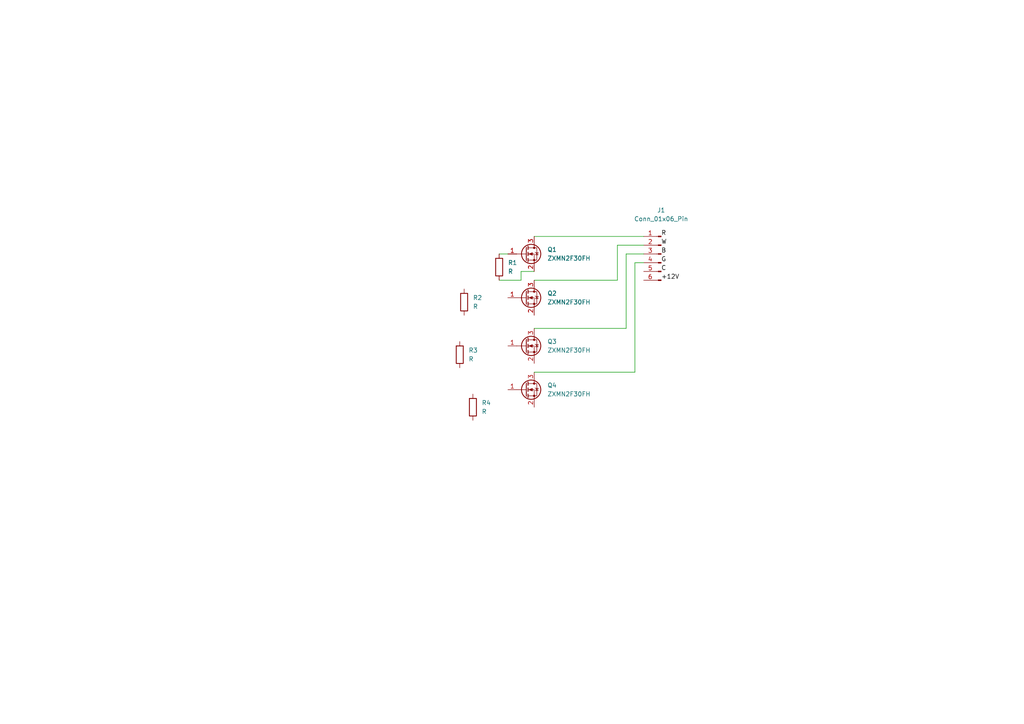
<source format=kicad_sch>
(kicad_sch (version 20230121) (generator eeschema)
  (paper "A4")
  (lib_symbols
    (symbol "Connector:Conn_01x06_Pin" (pin_names (offset 1.016) hide)
      (property "Reference" "J" (at 0 7.62 0))
      (property "Value" "Conn_01x06_Pin" (at 0 -10.16 0))
      (symbol "Conn_01x06_Pin_1_1"
        (polyline (pts (xy 1.27 -7.62) (xy 0.8636 -7.62)) (stroke (width 0.1524)))
        (polyline (pts (xy 1.27 -5.08) (xy 0.8636 -5.08)) (stroke (width 0.1524)))
        (polyline (pts (xy 1.27 -2.54) (xy 0.8636 -2.54)) (stroke (width 0.1524)))
        (polyline (pts (xy 1.27 0) (xy 0.8636 0)) (stroke (width 0.1524)))
        (polyline (pts (xy 1.27 2.54) (xy 0.8636 2.54)) (stroke (width 0.1524)))
        (polyline (pts (xy 1.27 5.08) (xy 0.8636 5.08)) (stroke (width 0.1524)))
        (rectangle (start 0.8636 -7.493) (end 0 -7.747) (stroke (width 0.1524)) (fill (type outline)))
        (rectangle (start 0.8636 -4.953) (end 0 -5.207) (stroke (width 0.1524)) (fill (type outline)))
        (rectangle (start 0.8636 -2.413) (end 0 -2.667) (stroke (width 0.1524)) (fill (type outline)))
        (rectangle (start 0.8636 0.127) (end 0 -0.127) (stroke (width 0.1524)) (fill (type outline)))
        (rectangle (start 0.8636 2.667) (end 0 2.413) (stroke (width 0.1524)) (fill (type outline)))
        (rectangle (start 0.8636 5.207) (end 0 4.953) (stroke (width 0.1524)) (fill (type outline)))
        (pin passive line (at 5.08 5.08 180) (length 3.81) (name "Pin_1") (number "1"))
        (pin passive line (at 5.08 2.54 180) (length 3.81) (name "Pin_2") (number "2"))
        (pin passive line (at 5.08 0 180) (length 3.81) (name "Pin_3") (number "3"))
        (pin passive line (at 5.08 -2.54 180) (length 3.81) (name "Pin_4") (number "4"))
        (pin passive line (at 5.08 -5.08 180) (length 3.81) (name "Pin_5") (number "5"))
        (pin passive line (at 5.08 -7.62 180) (length 3.81) (name "Pin_6") (number "6"))
      )
    )
    (symbol "Device:R" (pin_numbers hide) (pin_names (offset 0))
      (property "Reference" "R" (at 2.032 0 90))
      (property "Value" "R" (at 0 0 90))
      (symbol "R_0_1"
        (rectangle (start -1.016 -2.54) (end 1.016 2.54) (stroke (width 0.254)))
      )
      (symbol "R_1_1"
        (pin passive line (at 0 3.81 270) (length 1.27) (name "~") (number "1"))
        (pin passive line (at 0 -3.81 90) (length 1.27) (name "~") (number "2"))
      )
    )
    (symbol "Transistor_FET:ZXMN2F30FH" (pin_names hide)
      (property "Reference" "Q" (at 5.08 1.905 0))
      (property "Value" "ZXMN2F30FH" (at 5.08 0 0))
      (symbol "ZXMN2F30FH_0_1"
        (polyline (pts (xy 0.254 0) (xy -2.54 0)))
        (polyline (pts (xy 0.254 1.905) (xy 0.254 -1.905)) (stroke (width 0.254)))
        (polyline (pts (xy 0.762 -1.27) (xy 0.762 -2.286)) (stroke (width 0.254)))
        (polyline (pts (xy 0.762 0.508) (xy 0.762 -0.508)) (stroke (width 0.254)))
        (polyline (pts (xy 0.762 2.286) (xy 0.762 1.27)) (stroke (width 0.254)))
        (polyline (pts (xy 2.54 2.54) (xy 2.54 1.778)))
        (polyline (pts (xy 2.54 -2.54) (xy 2.54 0) (xy 0.762 0)))
        (polyline (pts (xy 0.762 -1.778) (xy 3.302 -1.778) (xy 3.302 1.778) (xy 0.762 1.778)))
        (polyline (pts (xy 1.016 0) (xy 2.032 0.381) (xy 2.032 -0.381) (xy 1.016 0)) (fill (type outline)))
        (polyline (pts (xy 2.794 0.508) (xy 2.921 0.381) (xy 3.683 0.381) (xy 3.81 0.254)))
        (polyline (pts (xy 3.302 0.381) (xy 2.921 -0.254) (xy 3.683 -0.254) (xy 3.302 0.381)))
        (circle (center 1.651 0) (radius 2.794) (stroke (width 0.254)))
        (circle (center 2.54 -1.778) (radius 0.254) (fill (type outline)))
        (circle (center 2.54 1.778) (radius 0.254) (fill (type outline)))
      )
      (symbol "ZXMN2F30FH_1_1"
        (pin input line (at -5.08 0 0) (length 2.54) (name "G") (number "1"))
        (pin passive line (at 2.54 -5.08 90) (length 2.54) (name "S") (number "2"))
        (pin passive line (at 2.54 5.08 270) (length 2.54) (name "D") (number "3"))
      )
    )
  )
  (wire (pts (xy 154.94 68.58) (xy 186.69 68.58)))
  (wire (pts (xy 181.61 73.66) (xy 186.69 73.66)))
  (wire (pts (xy 151.13 78.74) (xy 154.94 78.74)))
  (wire (pts (xy 144.78 73.66) (xy 147.32 73.66)))
  (wire (pts (xy 154.94 81.28) (xy 179.07 81.28)))
  (wire (pts (xy 151.13 81.28) (xy 151.13 78.74)))
  (wire (pts (xy 184.15 107.95) (xy 184.15 76.2)))
  (wire (pts (xy 179.07 81.28) (xy 179.07 71.12)))
  (wire (pts (xy 184.15 76.2) (xy 186.69 76.2)))
  (wire (pts (xy 154.94 107.95) (xy 184.15 107.95)))
  (wire (pts (xy 154.94 95.25) (xy 181.61 95.25)))
  (wire (pts (xy 181.61 95.25) (xy 181.61 73.66)))
  (wire (pts (xy 179.07 71.12) (xy 186.69 71.12)))
  (wire (pts (xy 144.78 81.28) (xy 151.13 81.28)))
  (label "B" (at 191.77 73.66 0))
  (label "W" (at 191.77 71.12 0))
  (label "C" (at 191.77 78.74 0))
  (label "+12V" (at 191.77 81.28 0))
  (label "G" (at 191.77 76.2 0))
  (label "R" (at 191.77 68.58 0))
  (symbol (lib_id "Device:R") (at 134.62 87.63 0) (unit 1)
    (property "Reference" "R2" (at 137.16 86.36 0) (effects (justify left)))
    (property "Value" "R" (at 137.16 88.9 0) (effects (justify left)))
  )
  (symbol (lib_id "Transistor_FET:ZXMN2F30FH") (at 152.4 113.03 0) (unit 1)
    (property "Reference" "Q4" (at 158.75 111.76 0) (effects (justify left)))
    (property "Value" "ZXMN2F30FH" (at 158.75 114.3 0) (effects (justify left)))
    (property "Footprint" "Package_TO_SOT_SMD:SOT-23" (effects hide))
    (property "Datasheet" "http://www.diodes.com/assets/Datasheets/ZXMN2F30FH.pdf" (effects hide))
  )
  (symbol (lib_id "Device:R") (at 137.16 118.11 0) (unit 1)
    (property "Reference" "R4" (at 139.7 116.84 0) (effects (justify left)))
    (property "Value" "R" (at 139.7 119.38 0) (effects (justify left)))
  )
  (symbol (lib_id "Connector:Conn_01x06_Pin") (at 191.77 73.66 0) (mirror y) (unit 1)
    (property "Reference" "J1" (at 191.77 60.96 0))
    (property "Value" "Conn_01x06_Pin" (at 191.77 63.5 0))
  )
  (symbol (lib_id "Transistor_FET:ZXMN2F30FH") (at 152.4 73.66 0) (unit 1)
    (property "Reference" "Q1" (at 158.75 72.39 0) (effects (justify left)))
    (property "Value" "ZXMN2F30FH" (at 158.75 74.93 0) (effects (justify left)))
    (property "Footprint" "Package_TO_SOT_SMD:SOT-23" (effects hide))
    (property "Datasheet" "http://www.diodes.com/assets/Datasheets/ZXMN2F30FH.pdf" (effects hide))
  )
  (symbol (lib_id "Device:R") (at 133.35 102.87 0) (unit 1)
    (property "Reference" "R3" (at 135.89 101.6 0) (effects (justify left)))
    (property "Value" "R" (at 135.89 104.14 0) (effects (justify left)))
  )
  (symbol (lib_id "Transistor_FET:ZXMN2F30FH") (at 152.4 100.33 0) (unit 1)
    (property "Reference" "Q3" (at 158.75 99.06 0) (effects (justify left)))
    (property "Value" "ZXMN2F30FH" (at 158.75 101.6 0) (effects (justify left)))
    (property "Footprint" "Package_TO_SOT_SMD:SOT-23" (effects hide))
    (property "Datasheet" "http://www.diodes.com/assets/Datasheets/ZXMN2F30FH.pdf" (effects hide))
  )
  (symbol (lib_id "Device:R") (at 144.78 77.47 0) (unit 1)
    (property "Reference" "R1" (at 147.32 76.2 0) (effects (justify left)))
    (property "Value" "R" (at 147.32 78.74 0) (effects (justify left)))
  )
  (symbol (lib_id "Transistor_FET:ZXMN2F30FH") (at 152.4 86.36 0) (unit 1)
    (property "Reference" "Q2" (at 158.75 85.09 0) (effects (justify left)))
    (property "Value" "ZXMN2F30FH" (at 158.75 87.63 0) (effects (justify left)))
    (property "Footprint" "Package_TO_SOT_SMD:SOT-23" (effects hide))
    (property "Datasheet" "http://www.diodes.com/assets/Datasheets/ZXMN2F30FH.pdf" (effects hide))
  )
)
</source>
